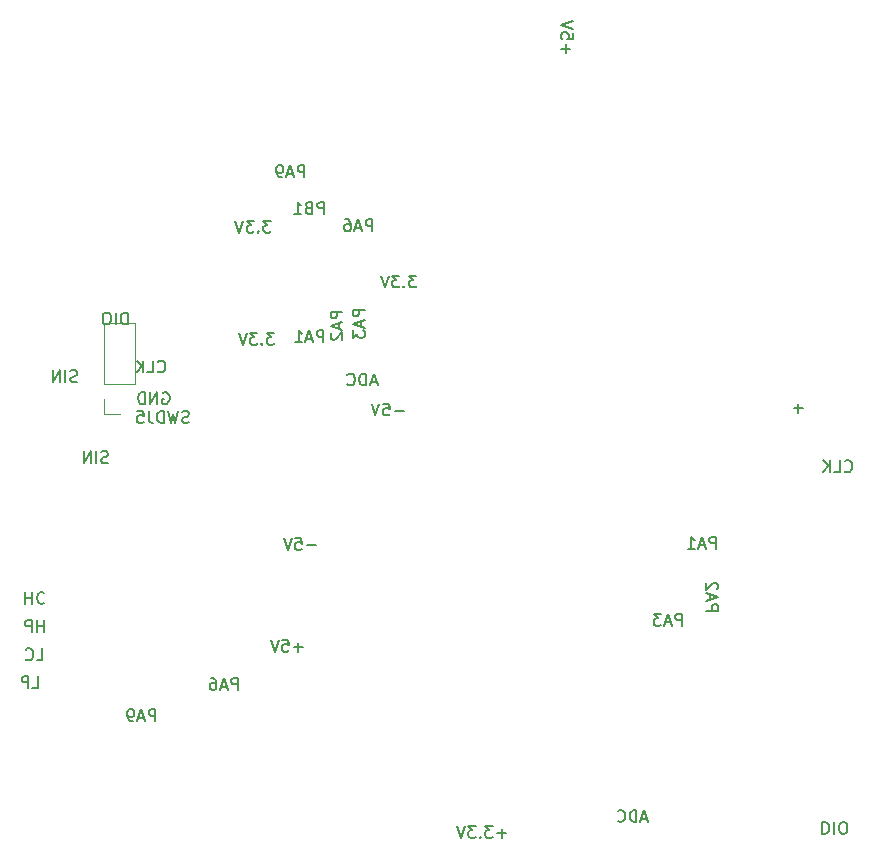
<source format=gbr>
%TF.GenerationSoftware,KiCad,Pcbnew,5.1.8-5.1.8*%
%TF.CreationDate,2022-04-12T10:04:15+08:00*%
%TF.ProjectId,lcr_6,6c63725f-362e-46b6-9963-61645f706362,rev?*%
%TF.SameCoordinates,Original*%
%TF.FileFunction,Legend,Bot*%
%TF.FilePolarity,Positive*%
%FSLAX46Y46*%
G04 Gerber Fmt 4.6, Leading zero omitted, Abs format (unit mm)*
G04 Created by KiCad (PCBNEW 5.1.8-5.1.8) date 2022-04-12 10:04:15*
%MOMM*%
%LPD*%
G01*
G04 APERTURE LIST*
%ADD10C,0.150000*%
%ADD11C,0.120000*%
G04 APERTURE END LIST*
D10*
X159392666Y-103578380D02*
X159392666Y-102578380D01*
X159011714Y-102578380D01*
X158916476Y-102626000D01*
X158868857Y-102673619D01*
X158821238Y-102768857D01*
X158821238Y-102911714D01*
X158868857Y-103006952D01*
X158916476Y-103054571D01*
X159011714Y-103102190D01*
X159392666Y-103102190D01*
X158440285Y-103292666D02*
X157964095Y-103292666D01*
X158535523Y-103578380D02*
X158202190Y-102578380D01*
X157868857Y-103578380D01*
X157630761Y-102578380D02*
X157011714Y-102578380D01*
X157345047Y-102959333D01*
X157202190Y-102959333D01*
X157106952Y-103006952D01*
X157059333Y-103054571D01*
X157011714Y-103149809D01*
X157011714Y-103387904D01*
X157059333Y-103483142D01*
X157106952Y-103530761D01*
X157202190Y-103578380D01*
X157487904Y-103578380D01*
X157583142Y-103530761D01*
X157630761Y-103483142D01*
X161461619Y-102312666D02*
X162461619Y-102312666D01*
X162461619Y-101931714D01*
X162414000Y-101836476D01*
X162366380Y-101788857D01*
X162271142Y-101741238D01*
X162128285Y-101741238D01*
X162033047Y-101788857D01*
X161985428Y-101836476D01*
X161937809Y-101931714D01*
X161937809Y-102312666D01*
X161747333Y-101360285D02*
X161747333Y-100884095D01*
X161461619Y-101455523D02*
X162461619Y-101122190D01*
X161461619Y-100788857D01*
X162366380Y-100503142D02*
X162414000Y-100455523D01*
X162461619Y-100360285D01*
X162461619Y-100122190D01*
X162414000Y-100026952D01*
X162366380Y-99979333D01*
X162271142Y-99931714D01*
X162175904Y-99931714D01*
X162033047Y-99979333D01*
X161461619Y-100550761D01*
X161461619Y-99931714D01*
X162306666Y-97060380D02*
X162306666Y-96060380D01*
X161925714Y-96060380D01*
X161830476Y-96108000D01*
X161782857Y-96155619D01*
X161735238Y-96250857D01*
X161735238Y-96393714D01*
X161782857Y-96488952D01*
X161830476Y-96536571D01*
X161925714Y-96584190D01*
X162306666Y-96584190D01*
X161354285Y-96774666D02*
X160878095Y-96774666D01*
X161449523Y-97060380D02*
X161116190Y-96060380D01*
X160782857Y-97060380D01*
X159925714Y-97060380D02*
X160497142Y-97060380D01*
X160211428Y-97060380D02*
X160211428Y-96060380D01*
X160306666Y-96203238D01*
X160401904Y-96298476D01*
X160497142Y-96346095D01*
X104408476Y-108853380D02*
X104884666Y-108853380D01*
X104884666Y-107853380D01*
X104075142Y-108853380D02*
X104075142Y-107853380D01*
X103694190Y-107853380D01*
X103598952Y-107901000D01*
X103551333Y-107948619D01*
X103503714Y-108043857D01*
X103503714Y-108186714D01*
X103551333Y-108281952D01*
X103598952Y-108329571D01*
X103694190Y-108377190D01*
X104075142Y-108377190D01*
X104762476Y-106502380D02*
X105238666Y-106502380D01*
X105238666Y-105502380D01*
X103857714Y-106407142D02*
X103905333Y-106454761D01*
X104048190Y-106502380D01*
X104143428Y-106502380D01*
X104286285Y-106454761D01*
X104381523Y-106359523D01*
X104429142Y-106264285D01*
X104476761Y-106073809D01*
X104476761Y-105930952D01*
X104429142Y-105740476D01*
X104381523Y-105645238D01*
X104286285Y-105550000D01*
X104143428Y-105502380D01*
X104048190Y-105502380D01*
X103905333Y-105550000D01*
X103857714Y-105597619D01*
X105389714Y-104095380D02*
X105389714Y-103095380D01*
X105389714Y-103571571D02*
X104818285Y-103571571D01*
X104818285Y-104095380D02*
X104818285Y-103095380D01*
X104342095Y-104095380D02*
X104342095Y-103095380D01*
X103961142Y-103095380D01*
X103865904Y-103143000D01*
X103818285Y-103190619D01*
X103770666Y-103285857D01*
X103770666Y-103428714D01*
X103818285Y-103523952D01*
X103865904Y-103571571D01*
X103961142Y-103619190D01*
X104342095Y-103619190D01*
X103809285Y-100746619D02*
X103809285Y-101746619D01*
X103809285Y-101270428D02*
X104380714Y-101270428D01*
X104380714Y-100746619D02*
X104380714Y-101746619D01*
X105428333Y-100841857D02*
X105380714Y-100794238D01*
X105237857Y-100746619D01*
X105142619Y-100746619D01*
X104999761Y-100794238D01*
X104904523Y-100889476D01*
X104856904Y-100984714D01*
X104809285Y-101175190D01*
X104809285Y-101318047D01*
X104856904Y-101508523D01*
X104904523Y-101603761D01*
X104999761Y-101699000D01*
X105142619Y-101746619D01*
X105237857Y-101746619D01*
X105380714Y-101699000D01*
X105428333Y-101651380D01*
X135838714Y-85399428D02*
X135076809Y-85399428D01*
X134124428Y-84780380D02*
X134600619Y-84780380D01*
X134648238Y-85256571D01*
X134600619Y-85208952D01*
X134505380Y-85161333D01*
X134267285Y-85161333D01*
X134172047Y-85208952D01*
X134124428Y-85256571D01*
X134076809Y-85351809D01*
X134076809Y-85589904D01*
X134124428Y-85685142D01*
X134172047Y-85732761D01*
X134267285Y-85780380D01*
X134505380Y-85780380D01*
X134600619Y-85732761D01*
X134648238Y-85685142D01*
X133791095Y-84780380D02*
X133457761Y-85780380D01*
X133124428Y-84780380D01*
X168874047Y-85150571D02*
X169635952Y-85150571D01*
X169255000Y-84769619D02*
X169255000Y-85531523D01*
X136910190Y-73935380D02*
X136291142Y-73935380D01*
X136624476Y-74316333D01*
X136481619Y-74316333D01*
X136386380Y-74363952D01*
X136338761Y-74411571D01*
X136291142Y-74506809D01*
X136291142Y-74744904D01*
X136338761Y-74840142D01*
X136386380Y-74887761D01*
X136481619Y-74935380D01*
X136767333Y-74935380D01*
X136862571Y-74887761D01*
X136910190Y-74840142D01*
X135862571Y-74840142D02*
X135814952Y-74887761D01*
X135862571Y-74935380D01*
X135910190Y-74887761D01*
X135862571Y-74840142D01*
X135862571Y-74935380D01*
X135481619Y-73935380D02*
X134862571Y-73935380D01*
X135195904Y-74316333D01*
X135053047Y-74316333D01*
X134957809Y-74363952D01*
X134910190Y-74411571D01*
X134862571Y-74506809D01*
X134862571Y-74744904D01*
X134910190Y-74840142D01*
X134957809Y-74887761D01*
X135053047Y-74935380D01*
X135338761Y-74935380D01*
X135434000Y-74887761D01*
X135481619Y-74840142D01*
X134576857Y-73935380D02*
X134243523Y-74935380D01*
X133910190Y-73935380D01*
X149564571Y-55114714D02*
X149564571Y-54352809D01*
X149183619Y-54733761D02*
X149945523Y-54733761D01*
X150183619Y-53400428D02*
X150183619Y-53876619D01*
X149707428Y-53924238D01*
X149755047Y-53876619D01*
X149802666Y-53781380D01*
X149802666Y-53543285D01*
X149755047Y-53448047D01*
X149707428Y-53400428D01*
X149612190Y-53352809D01*
X149374095Y-53352809D01*
X149278857Y-53400428D01*
X149231238Y-53448047D01*
X149183619Y-53543285D01*
X149183619Y-53781380D01*
X149231238Y-53876619D01*
X149278857Y-53924238D01*
X150183619Y-53067095D02*
X149183619Y-52733761D01*
X150183619Y-52400428D01*
X117668142Y-86364761D02*
X117525285Y-86412380D01*
X117287190Y-86412380D01*
X117191952Y-86364761D01*
X117144333Y-86317142D01*
X117096714Y-86221904D01*
X117096714Y-86126666D01*
X117144333Y-86031428D01*
X117191952Y-85983809D01*
X117287190Y-85936190D01*
X117477666Y-85888571D01*
X117572904Y-85840952D01*
X117620523Y-85793333D01*
X117668142Y-85698095D01*
X117668142Y-85602857D01*
X117620523Y-85507619D01*
X117572904Y-85460000D01*
X117477666Y-85412380D01*
X117239571Y-85412380D01*
X117096714Y-85460000D01*
X116763380Y-85412380D02*
X116525285Y-86412380D01*
X116334809Y-85698095D01*
X116144333Y-86412380D01*
X115906238Y-85412380D01*
X115525285Y-86412380D02*
X115525285Y-85412380D01*
X115287190Y-85412380D01*
X115144333Y-85460000D01*
X115049095Y-85555238D01*
X115001476Y-85650476D01*
X114953857Y-85840952D01*
X114953857Y-85983809D01*
X115001476Y-86174285D01*
X115049095Y-86269523D01*
X115144333Y-86364761D01*
X115287190Y-86412380D01*
X115525285Y-86412380D01*
X115446904Y-83867000D02*
X115542142Y-83819380D01*
X115685000Y-83819380D01*
X115827857Y-83867000D01*
X115923095Y-83962238D01*
X115970714Y-84057476D01*
X116018333Y-84247952D01*
X116018333Y-84390809D01*
X115970714Y-84581285D01*
X115923095Y-84676523D01*
X115827857Y-84771761D01*
X115685000Y-84819380D01*
X115589761Y-84819380D01*
X115446904Y-84771761D01*
X115399285Y-84724142D01*
X115399285Y-84390809D01*
X115589761Y-84390809D01*
X114970714Y-84819380D02*
X114970714Y-83819380D01*
X114399285Y-84819380D01*
X114399285Y-83819380D01*
X113923095Y-84819380D02*
X113923095Y-83819380D01*
X113685000Y-83819380D01*
X113542142Y-83867000D01*
X113446904Y-83962238D01*
X113399285Y-84057476D01*
X113351666Y-84247952D01*
X113351666Y-84390809D01*
X113399285Y-84581285D01*
X113446904Y-84676523D01*
X113542142Y-84771761D01*
X113685000Y-84819380D01*
X113923095Y-84819380D01*
X133193666Y-70188380D02*
X133193666Y-69188380D01*
X132812714Y-69188380D01*
X132717476Y-69236000D01*
X132669857Y-69283619D01*
X132622238Y-69378857D01*
X132622238Y-69521714D01*
X132669857Y-69616952D01*
X132717476Y-69664571D01*
X132812714Y-69712190D01*
X133193666Y-69712190D01*
X132241285Y-69902666D02*
X131765095Y-69902666D01*
X132336523Y-70188380D02*
X132003190Y-69188380D01*
X131669857Y-70188380D01*
X130907952Y-69188380D02*
X131098428Y-69188380D01*
X131193666Y-69236000D01*
X131241285Y-69283619D01*
X131336523Y-69426476D01*
X131384142Y-69616952D01*
X131384142Y-69997904D01*
X131336523Y-70093142D01*
X131288904Y-70140761D01*
X131193666Y-70188380D01*
X131003190Y-70188380D01*
X130907952Y-70140761D01*
X130860333Y-70093142D01*
X130812714Y-69997904D01*
X130812714Y-69759809D01*
X130860333Y-69664571D01*
X130907952Y-69616952D01*
X131003190Y-69569333D01*
X131193666Y-69569333D01*
X131288904Y-69616952D01*
X131336523Y-69664571D01*
X131384142Y-69759809D01*
X129112095Y-68717380D02*
X129112095Y-67717380D01*
X128731142Y-67717380D01*
X128635904Y-67765000D01*
X128588285Y-67812619D01*
X128540666Y-67907857D01*
X128540666Y-68050714D01*
X128588285Y-68145952D01*
X128635904Y-68193571D01*
X128731142Y-68241190D01*
X129112095Y-68241190D01*
X127778761Y-68193571D02*
X127635904Y-68241190D01*
X127588285Y-68288809D01*
X127540666Y-68384047D01*
X127540666Y-68526904D01*
X127588285Y-68622142D01*
X127635904Y-68669761D01*
X127731142Y-68717380D01*
X128112095Y-68717380D01*
X128112095Y-67717380D01*
X127778761Y-67717380D01*
X127683523Y-67765000D01*
X127635904Y-67812619D01*
X127588285Y-67907857D01*
X127588285Y-68003095D01*
X127635904Y-68098333D01*
X127683523Y-68145952D01*
X127778761Y-68193571D01*
X128112095Y-68193571D01*
X126588285Y-68717380D02*
X127159714Y-68717380D01*
X126874000Y-68717380D02*
X126874000Y-67717380D01*
X126969238Y-67860238D01*
X127064476Y-67955476D01*
X127159714Y-68003095D01*
X124590190Y-69292380D02*
X123971142Y-69292380D01*
X124304476Y-69673333D01*
X124161619Y-69673333D01*
X124066380Y-69720952D01*
X124018761Y-69768571D01*
X123971142Y-69863809D01*
X123971142Y-70101904D01*
X124018761Y-70197142D01*
X124066380Y-70244761D01*
X124161619Y-70292380D01*
X124447333Y-70292380D01*
X124542571Y-70244761D01*
X124590190Y-70197142D01*
X123542571Y-70197142D02*
X123494952Y-70244761D01*
X123542571Y-70292380D01*
X123590190Y-70244761D01*
X123542571Y-70197142D01*
X123542571Y-70292380D01*
X123161619Y-69292380D02*
X122542571Y-69292380D01*
X122875904Y-69673333D01*
X122733047Y-69673333D01*
X122637809Y-69720952D01*
X122590190Y-69768571D01*
X122542571Y-69863809D01*
X122542571Y-70101904D01*
X122590190Y-70197142D01*
X122637809Y-70244761D01*
X122733047Y-70292380D01*
X123018761Y-70292380D01*
X123114000Y-70244761D01*
X123161619Y-70197142D01*
X122256857Y-69292380D02*
X121923523Y-70292380D01*
X121590190Y-69292380D01*
X127445666Y-65612380D02*
X127445666Y-64612380D01*
X127064714Y-64612380D01*
X126969476Y-64660000D01*
X126921857Y-64707619D01*
X126874238Y-64802857D01*
X126874238Y-64945714D01*
X126921857Y-65040952D01*
X126969476Y-65088571D01*
X127064714Y-65136190D01*
X127445666Y-65136190D01*
X126493285Y-65326666D02*
X126017095Y-65326666D01*
X126588523Y-65612380D02*
X126255190Y-64612380D01*
X125921857Y-65612380D01*
X125540904Y-65612380D02*
X125350428Y-65612380D01*
X125255190Y-65564761D01*
X125207571Y-65517142D01*
X125112333Y-65374285D01*
X125064714Y-65183809D01*
X125064714Y-64802857D01*
X125112333Y-64707619D01*
X125159952Y-64660000D01*
X125255190Y-64612380D01*
X125445666Y-64612380D01*
X125540904Y-64660000D01*
X125588523Y-64707619D01*
X125636142Y-64802857D01*
X125636142Y-65040952D01*
X125588523Y-65136190D01*
X125540904Y-65183809D01*
X125445666Y-65231428D01*
X125255190Y-65231428D01*
X125159952Y-65183809D01*
X125112333Y-65136190D01*
X125064714Y-65040952D01*
X115033238Y-82046142D02*
X115080857Y-82093761D01*
X115223714Y-82141380D01*
X115318952Y-82141380D01*
X115461809Y-82093761D01*
X115557047Y-81998523D01*
X115604666Y-81903285D01*
X115652285Y-81712809D01*
X115652285Y-81569952D01*
X115604666Y-81379476D01*
X115557047Y-81284238D01*
X115461809Y-81189000D01*
X115318952Y-81141380D01*
X115223714Y-81141380D01*
X115080857Y-81189000D01*
X115033238Y-81236619D01*
X114128476Y-82141380D02*
X114604666Y-82141380D01*
X114604666Y-81141380D01*
X113795142Y-82141380D02*
X113795142Y-81141380D01*
X113223714Y-82141380D02*
X113652285Y-81569952D01*
X113223714Y-81141380D02*
X113795142Y-81712809D01*
X112465809Y-78066380D02*
X112465809Y-77066380D01*
X112227714Y-77066380D01*
X112084857Y-77114000D01*
X111989619Y-77209238D01*
X111942000Y-77304476D01*
X111894380Y-77494952D01*
X111894380Y-77637809D01*
X111942000Y-77828285D01*
X111989619Y-77923523D01*
X112084857Y-78018761D01*
X112227714Y-78066380D01*
X112465809Y-78066380D01*
X111465809Y-78066380D02*
X111465809Y-77066380D01*
X110799142Y-77066380D02*
X110608666Y-77066380D01*
X110513428Y-77114000D01*
X110418190Y-77209238D01*
X110370571Y-77399714D01*
X110370571Y-77733047D01*
X110418190Y-77923523D01*
X110513428Y-78018761D01*
X110608666Y-78066380D01*
X110799142Y-78066380D01*
X110894380Y-78018761D01*
X110989619Y-77923523D01*
X111037238Y-77733047D01*
X111037238Y-77399714D01*
X110989619Y-77209238D01*
X110894380Y-77114000D01*
X110799142Y-77066380D01*
X110811619Y-89766761D02*
X110668761Y-89814380D01*
X110430666Y-89814380D01*
X110335428Y-89766761D01*
X110287809Y-89719142D01*
X110240190Y-89623904D01*
X110240190Y-89528666D01*
X110287809Y-89433428D01*
X110335428Y-89385809D01*
X110430666Y-89338190D01*
X110621142Y-89290571D01*
X110716380Y-89242952D01*
X110764000Y-89195333D01*
X110811619Y-89100095D01*
X110811619Y-89004857D01*
X110764000Y-88909619D01*
X110716380Y-88862000D01*
X110621142Y-88814380D01*
X110383047Y-88814380D01*
X110240190Y-88862000D01*
X109811619Y-89814380D02*
X109811619Y-88814380D01*
X109335428Y-89814380D02*
X109335428Y-88814380D01*
X108764000Y-89814380D01*
X108764000Y-88814380D01*
X108205619Y-82914761D02*
X108062761Y-82962380D01*
X107824666Y-82962380D01*
X107729428Y-82914761D01*
X107681809Y-82867142D01*
X107634190Y-82771904D01*
X107634190Y-82676666D01*
X107681809Y-82581428D01*
X107729428Y-82533809D01*
X107824666Y-82486190D01*
X108015142Y-82438571D01*
X108110380Y-82390952D01*
X108158000Y-82343333D01*
X108205619Y-82248095D01*
X108205619Y-82152857D01*
X108158000Y-82057619D01*
X108110380Y-82010000D01*
X108015142Y-81962380D01*
X107777047Y-81962380D01*
X107634190Y-82010000D01*
X107205619Y-82962380D02*
X107205619Y-81962380D01*
X106729428Y-82962380D02*
X106729428Y-81962380D01*
X106158000Y-82962380D01*
X106158000Y-81962380D01*
X121792666Y-109023380D02*
X121792666Y-108023380D01*
X121411714Y-108023380D01*
X121316476Y-108071000D01*
X121268857Y-108118619D01*
X121221238Y-108213857D01*
X121221238Y-108356714D01*
X121268857Y-108451952D01*
X121316476Y-108499571D01*
X121411714Y-108547190D01*
X121792666Y-108547190D01*
X120840285Y-108737666D02*
X120364095Y-108737666D01*
X120935523Y-109023380D02*
X120602190Y-108023380D01*
X120268857Y-109023380D01*
X119506952Y-108023380D02*
X119697428Y-108023380D01*
X119792666Y-108071000D01*
X119840285Y-108118619D01*
X119935523Y-108261476D01*
X119983142Y-108451952D01*
X119983142Y-108832904D01*
X119935523Y-108928142D01*
X119887904Y-108975761D01*
X119792666Y-109023380D01*
X119602190Y-109023380D01*
X119506952Y-108975761D01*
X119459333Y-108928142D01*
X119411714Y-108832904D01*
X119411714Y-108594809D01*
X119459333Y-108499571D01*
X119506952Y-108451952D01*
X119602190Y-108404333D01*
X119792666Y-108404333D01*
X119887904Y-108451952D01*
X119935523Y-108499571D01*
X119983142Y-108594809D01*
X114830666Y-111667380D02*
X114830666Y-110667380D01*
X114449714Y-110667380D01*
X114354476Y-110715000D01*
X114306857Y-110762619D01*
X114259238Y-110857857D01*
X114259238Y-111000714D01*
X114306857Y-111095952D01*
X114354476Y-111143571D01*
X114449714Y-111191190D01*
X114830666Y-111191190D01*
X113878285Y-111381666D02*
X113402095Y-111381666D01*
X113973523Y-111667380D02*
X113640190Y-110667380D01*
X113306857Y-111667380D01*
X112925904Y-111667380D02*
X112735428Y-111667380D01*
X112640190Y-111619761D01*
X112592571Y-111572142D01*
X112497333Y-111429285D01*
X112449714Y-111238809D01*
X112449714Y-110857857D01*
X112497333Y-110762619D01*
X112544952Y-110715000D01*
X112640190Y-110667380D01*
X112830666Y-110667380D01*
X112925904Y-110715000D01*
X112973523Y-110762619D01*
X113021142Y-110857857D01*
X113021142Y-111095952D01*
X112973523Y-111191190D01*
X112925904Y-111238809D01*
X112830666Y-111286428D01*
X112640190Y-111286428D01*
X112544952Y-111238809D01*
X112497333Y-111191190D01*
X112449714Y-111095952D01*
X171300190Y-120207619D02*
X171300190Y-121207619D01*
X171538285Y-121207619D01*
X171681142Y-121160000D01*
X171776380Y-121064761D01*
X171824000Y-120969523D01*
X171871619Y-120779047D01*
X171871619Y-120636190D01*
X171824000Y-120445714D01*
X171776380Y-120350476D01*
X171681142Y-120255238D01*
X171538285Y-120207619D01*
X171300190Y-120207619D01*
X172300190Y-120207619D02*
X172300190Y-121207619D01*
X172966857Y-121207619D02*
X173157333Y-121207619D01*
X173252571Y-121160000D01*
X173347809Y-121064761D01*
X173395428Y-120874285D01*
X173395428Y-120540952D01*
X173347809Y-120350476D01*
X173252571Y-120255238D01*
X173157333Y-120207619D01*
X172966857Y-120207619D01*
X172871619Y-120255238D01*
X172776380Y-120350476D01*
X172728761Y-120540952D01*
X172728761Y-120874285D01*
X172776380Y-121064761D01*
X172871619Y-121160000D01*
X172966857Y-121207619D01*
X173198238Y-90484142D02*
X173245857Y-90531761D01*
X173388714Y-90579380D01*
X173483952Y-90579380D01*
X173626809Y-90531761D01*
X173722047Y-90436523D01*
X173769666Y-90341285D01*
X173817285Y-90150809D01*
X173817285Y-90007952D01*
X173769666Y-89817476D01*
X173722047Y-89722238D01*
X173626809Y-89627000D01*
X173483952Y-89579380D01*
X173388714Y-89579380D01*
X173245857Y-89627000D01*
X173198238Y-89674619D01*
X172293476Y-90579380D02*
X172769666Y-90579380D01*
X172769666Y-89579380D01*
X171960142Y-90579380D02*
X171960142Y-89579380D01*
X171388714Y-90579380D02*
X171817285Y-90007952D01*
X171388714Y-89579380D02*
X171960142Y-90150809D01*
X156453095Y-119914666D02*
X155976904Y-119914666D01*
X156548333Y-120200380D02*
X156215000Y-119200380D01*
X155881666Y-120200380D01*
X155548333Y-120200380D02*
X155548333Y-119200380D01*
X155310238Y-119200380D01*
X155167380Y-119248000D01*
X155072142Y-119343238D01*
X155024523Y-119438476D01*
X154976904Y-119628952D01*
X154976904Y-119771809D01*
X155024523Y-119962285D01*
X155072142Y-120057523D01*
X155167380Y-120152761D01*
X155310238Y-120200380D01*
X155548333Y-120200380D01*
X153976904Y-120105142D02*
X154024523Y-120152761D01*
X154167380Y-120200380D01*
X154262619Y-120200380D01*
X154405476Y-120152761D01*
X154500714Y-120057523D01*
X154548333Y-119962285D01*
X154595952Y-119771809D01*
X154595952Y-119628952D01*
X154548333Y-119438476D01*
X154500714Y-119343238D01*
X154405476Y-119248000D01*
X154262619Y-119200380D01*
X154167380Y-119200380D01*
X154024523Y-119248000D01*
X153976904Y-119295619D01*
X144510000Y-121144428D02*
X143748095Y-121144428D01*
X144129047Y-121525380D02*
X144129047Y-120763476D01*
X143367142Y-120525380D02*
X142748095Y-120525380D01*
X143081428Y-120906333D01*
X142938571Y-120906333D01*
X142843333Y-120953952D01*
X142795714Y-121001571D01*
X142748095Y-121096809D01*
X142748095Y-121334904D01*
X142795714Y-121430142D01*
X142843333Y-121477761D01*
X142938571Y-121525380D01*
X143224285Y-121525380D01*
X143319523Y-121477761D01*
X143367142Y-121430142D01*
X142319523Y-121430142D02*
X142271904Y-121477761D01*
X142319523Y-121525380D01*
X142367142Y-121477761D01*
X142319523Y-121430142D01*
X142319523Y-121525380D01*
X141938571Y-120525380D02*
X141319523Y-120525380D01*
X141652857Y-120906333D01*
X141510000Y-120906333D01*
X141414761Y-120953952D01*
X141367142Y-121001571D01*
X141319523Y-121096809D01*
X141319523Y-121334904D01*
X141367142Y-121430142D01*
X141414761Y-121477761D01*
X141510000Y-121525380D01*
X141795714Y-121525380D01*
X141890952Y-121477761D01*
X141938571Y-121430142D01*
X141033809Y-120525380D02*
X140700476Y-121525380D01*
X140367142Y-120525380D01*
X128394714Y-96766428D02*
X127632809Y-96766428D01*
X126680428Y-96147380D02*
X127156619Y-96147380D01*
X127204238Y-96623571D01*
X127156619Y-96575952D01*
X127061380Y-96528333D01*
X126823285Y-96528333D01*
X126728047Y-96575952D01*
X126680428Y-96623571D01*
X126632809Y-96718809D01*
X126632809Y-96956904D01*
X126680428Y-97052142D01*
X126728047Y-97099761D01*
X126823285Y-97147380D01*
X127061380Y-97147380D01*
X127156619Y-97099761D01*
X127204238Y-97052142D01*
X126347095Y-96147380D02*
X126013761Y-97147380D01*
X125680428Y-96147380D01*
X127294714Y-105391428D02*
X126532809Y-105391428D01*
X126913761Y-105772380D02*
X126913761Y-105010476D01*
X125580428Y-104772380D02*
X126056619Y-104772380D01*
X126104238Y-105248571D01*
X126056619Y-105200952D01*
X125961380Y-105153333D01*
X125723285Y-105153333D01*
X125628047Y-105200952D01*
X125580428Y-105248571D01*
X125532809Y-105343809D01*
X125532809Y-105581904D01*
X125580428Y-105677142D01*
X125628047Y-105724761D01*
X125723285Y-105772380D01*
X125961380Y-105772380D01*
X126056619Y-105724761D01*
X126104238Y-105677142D01*
X125247095Y-104772380D02*
X124913761Y-105772380D01*
X124580428Y-104772380D01*
X124873190Y-78776380D02*
X124254142Y-78776380D01*
X124587476Y-79157333D01*
X124444619Y-79157333D01*
X124349380Y-79204952D01*
X124301761Y-79252571D01*
X124254142Y-79347809D01*
X124254142Y-79585904D01*
X124301761Y-79681142D01*
X124349380Y-79728761D01*
X124444619Y-79776380D01*
X124730333Y-79776380D01*
X124825571Y-79728761D01*
X124873190Y-79681142D01*
X123825571Y-79681142D02*
X123777952Y-79728761D01*
X123825571Y-79776380D01*
X123873190Y-79728761D01*
X123825571Y-79681142D01*
X123825571Y-79776380D01*
X123444619Y-78776380D02*
X122825571Y-78776380D01*
X123158904Y-79157333D01*
X123016047Y-79157333D01*
X122920809Y-79204952D01*
X122873190Y-79252571D01*
X122825571Y-79347809D01*
X122825571Y-79585904D01*
X122873190Y-79681142D01*
X122920809Y-79728761D01*
X123016047Y-79776380D01*
X123301761Y-79776380D01*
X123397000Y-79728761D01*
X123444619Y-79681142D01*
X122539857Y-78776380D02*
X122206523Y-79776380D01*
X121873190Y-78776380D01*
X133564095Y-82955666D02*
X133087904Y-82955666D01*
X133659333Y-83241380D02*
X133326000Y-82241380D01*
X132992666Y-83241380D01*
X132659333Y-83241380D02*
X132659333Y-82241380D01*
X132421238Y-82241380D01*
X132278380Y-82289000D01*
X132183142Y-82384238D01*
X132135523Y-82479476D01*
X132087904Y-82669952D01*
X132087904Y-82812809D01*
X132135523Y-83003285D01*
X132183142Y-83098523D01*
X132278380Y-83193761D01*
X132421238Y-83241380D01*
X132659333Y-83241380D01*
X131087904Y-83146142D02*
X131135523Y-83193761D01*
X131278380Y-83241380D01*
X131373619Y-83241380D01*
X131516476Y-83193761D01*
X131611714Y-83098523D01*
X131659333Y-83003285D01*
X131706952Y-82812809D01*
X131706952Y-82669952D01*
X131659333Y-82479476D01*
X131611714Y-82384238D01*
X131516476Y-82289000D01*
X131373619Y-82241380D01*
X131278380Y-82241380D01*
X131135523Y-82289000D01*
X131087904Y-82336619D01*
X132535380Y-76824333D02*
X131535380Y-76824333D01*
X131535380Y-77205285D01*
X131583000Y-77300523D01*
X131630619Y-77348142D01*
X131725857Y-77395761D01*
X131868714Y-77395761D01*
X131963952Y-77348142D01*
X132011571Y-77300523D01*
X132059190Y-77205285D01*
X132059190Y-76824333D01*
X132249666Y-77776714D02*
X132249666Y-78252904D01*
X132535380Y-77681476D02*
X131535380Y-78014809D01*
X132535380Y-78348142D01*
X131535380Y-78586238D02*
X131535380Y-79205285D01*
X131916333Y-78871952D01*
X131916333Y-79014809D01*
X131963952Y-79110047D01*
X132011571Y-79157666D01*
X132106809Y-79205285D01*
X132344904Y-79205285D01*
X132440142Y-79157666D01*
X132487761Y-79110047D01*
X132535380Y-79014809D01*
X132535380Y-78729095D01*
X132487761Y-78633857D01*
X132440142Y-78586238D01*
X130653380Y-76989333D02*
X129653380Y-76989333D01*
X129653380Y-77370285D01*
X129701000Y-77465523D01*
X129748619Y-77513142D01*
X129843857Y-77560761D01*
X129986714Y-77560761D01*
X130081952Y-77513142D01*
X130129571Y-77465523D01*
X130177190Y-77370285D01*
X130177190Y-76989333D01*
X130367666Y-77941714D02*
X130367666Y-78417904D01*
X130653380Y-77846476D02*
X129653380Y-78179809D01*
X130653380Y-78513142D01*
X129748619Y-78798857D02*
X129701000Y-78846476D01*
X129653380Y-78941714D01*
X129653380Y-79179809D01*
X129701000Y-79275047D01*
X129748619Y-79322666D01*
X129843857Y-79370285D01*
X129939095Y-79370285D01*
X130081952Y-79322666D01*
X130653380Y-78751238D01*
X130653380Y-79370285D01*
X129040666Y-79577380D02*
X129040666Y-78577380D01*
X128659714Y-78577380D01*
X128564476Y-78625000D01*
X128516857Y-78672619D01*
X128469238Y-78767857D01*
X128469238Y-78910714D01*
X128516857Y-79005952D01*
X128564476Y-79053571D01*
X128659714Y-79101190D01*
X129040666Y-79101190D01*
X128088285Y-79291666D02*
X127612095Y-79291666D01*
X128183523Y-79577380D02*
X127850190Y-78577380D01*
X127516857Y-79577380D01*
X126659714Y-79577380D02*
X127231142Y-79577380D01*
X126945428Y-79577380D02*
X126945428Y-78577380D01*
X127040666Y-78720238D01*
X127135904Y-78815476D01*
X127231142Y-78863095D01*
D11*
%TO.C,J5*%
X110456000Y-85688000D02*
X111786000Y-85688000D01*
X110456000Y-84358000D02*
X110456000Y-85688000D01*
X110456000Y-83088000D02*
X113116000Y-83088000D01*
X113116000Y-83088000D02*
X113116000Y-77948000D01*
X110456000Y-83088000D02*
X110456000Y-77948000D01*
X110456000Y-77948000D02*
X113116000Y-77948000D01*
D10*
X114252333Y-85387380D02*
X114252333Y-86101666D01*
X114299952Y-86244523D01*
X114395190Y-86339761D01*
X114538047Y-86387380D01*
X114633285Y-86387380D01*
X113299952Y-85387380D02*
X113776142Y-85387380D01*
X113823761Y-85863571D01*
X113776142Y-85815952D01*
X113680904Y-85768333D01*
X113442809Y-85768333D01*
X113347571Y-85815952D01*
X113299952Y-85863571D01*
X113252333Y-85958809D01*
X113252333Y-86196904D01*
X113299952Y-86292142D01*
X113347571Y-86339761D01*
X113442809Y-86387380D01*
X113680904Y-86387380D01*
X113776142Y-86339761D01*
X113823761Y-86292142D01*
%TD*%
M02*

</source>
